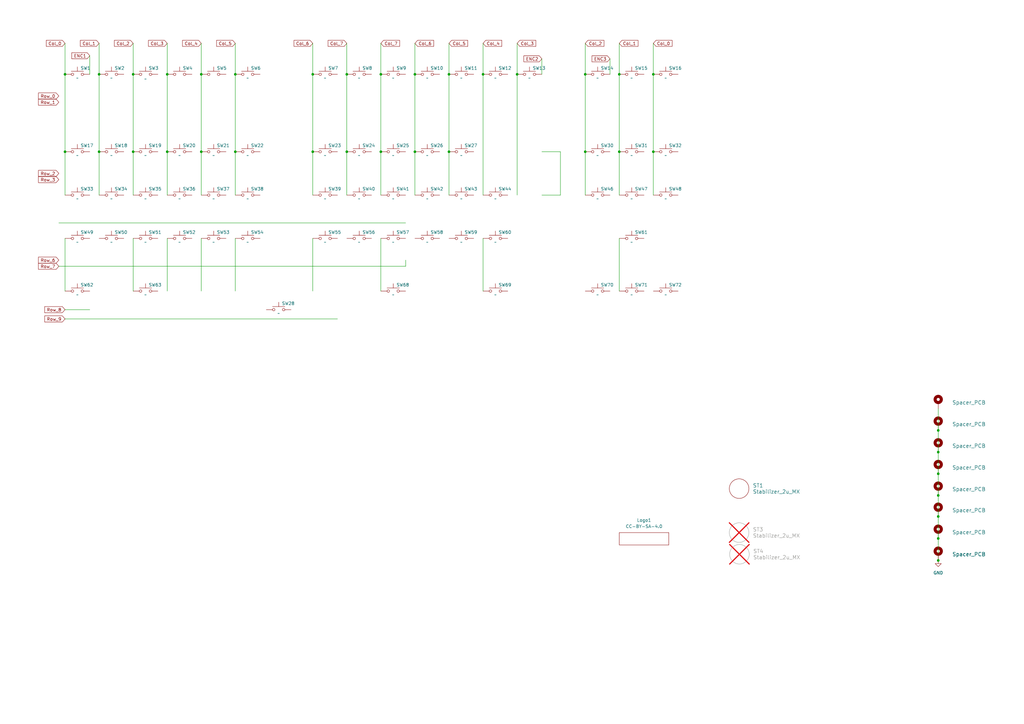
<source format=kicad_sch>
(kicad_sch (version 20230121) (generator eeschema)
  (paper "A3")
  (lib_symbols
    (symbol "Keyboard Switches:Stabilizer_2u_MX" (pin_names (offset 1.016))
      (property "Reference" "ST1" (at 0 -1.27 0))
      (property "Value" "Stabilizer_2u_MX" (at 0 1.27 0))
      (symbol "Stabilizer_2u_MX_0_1"
        (circle (center 0 0) (radius 4.0132))
      )
    )
    (symbol "Keyboard_Plate:Spacer_Plate_Grounded" (pin_numbers hide) (pin_names (offset 1.016) hide) (in_bom no)
      (property "Reference" "H" (at 0 6.35 0))
      (property "Value" "Spacer_Plate_Grounded" (at 0 4.445 0))
      (symbol "Spacer_Plate_Grounded_0_1"
        (circle (center 0 1.27) (radius 1.27) (stroke (width 1.27)))
      )
      (symbol "Spacer_Plate_Grounded_1_1"
        (pin input line (at 0 -2.54 90) (length 2.54) (name "1") (number "1"))
      )
    )
    (symbol "Logotypes:CC-BY-SA-4.0" (pin_names (offset 1.016)) (in_bom no)
      (property "Reference" "Logo" (at 0 1.27 0))
      (property "Value" "CC-BY-SA-4.0" (at 0 -1.27 0))
      (symbol "CC-BY-SA-4.0_0_1"
        (rectangle (start -10.16 2.54) (end 10.16 -2.54))
      )
    )
    (symbol "Switch:SW_Push" (pin_numbers hide) (pin_names (offset 1.016) hide)
      (property "Reference" "SW" (at 1.27 2.54 0))
      (property "Value" "SW_Push" (at 0 -1.524 0))
      (symbol "SW_Push_0_1"
        (circle (center -2.032 0) (radius 0.508))
        (polyline (pts (xy 0 1.27) (xy 0 3.048)))
        (polyline (pts (xy 2.54 1.27) (xy -2.54 1.27)))
        (circle (center 2.032 0) (radius 0.508))
        (pin passive line (at -5.08 0 0) (length 2.54) (name "1") (number "1"))
        (pin passive line (at 5.08 0 180) (length 2.54) (name "2") (number "2"))
      )
    )
    (symbol "power:GND" (power) (pin_names (offset 0))
      (property "Value" "GND" (at 0 -3.81 0))
      (symbol "GND_0_1"
        (polyline (pts (xy 0 0) (xy 0 -1.27) (xy 1.27 -1.27) (xy 0 -2.54) (xy -1.27 -1.27) (xy 0 -1.27)))
      )
      (symbol "GND_1_1"
        (pin power_in line (at 0 0 270) (length 0) hide (name "GND") (number "1"))
      )
    )
  )
  (junction (at 384.81 220.853))
  (junction (at 156.21 62.23))
  (junction (at 40.64 30.48))
  (junction (at 156.21 30.48))
  (junction (at 384.81 194.31))
  (junction (at 240.03 62.23))
  (junction (at 26.67 62.23))
  (junction (at 68.58 30.48))
  (junction (at 212.09 30.48))
  (junction (at 96.52 30.48))
  (junction (at 54.61 30.48))
  (junction (at 40.64 62.23))
  (junction (at 128.27 30.48))
  (junction (at 184.15 62.23))
  (junction (at 170.18 30.48))
  (junction (at 240.03 30.48))
  (junction (at 184.15 30.48))
  (junction (at 170.18 62.23))
  (junction (at 142.24 30.48))
  (junction (at 384.81 185.42))
  (junction (at 82.55 30.48))
  (junction (at 254 30.48))
  (junction (at 82.55 62.23))
  (junction (at 384.81 203.2))
  (junction (at 267.97 30.48))
  (junction (at 54.61 62.23))
  (junction (at 128.27 62.23))
  (junction (at 198.12 30.48))
  (junction (at 96.52 62.23))
  (junction (at 384.81 211.836))
  (junction (at 142.24 62.23))
  (junction (at 267.97 62.23))
  (junction (at 254 62.23))
  (junction (at 384.81 176.53))
  (junction (at 384.81 229.87))
  (junction (at 68.58 62.23))
  (junction (at 26.67 30.48))
  (wire (pts (xy 128.27 97.79) (xy 128.27 119.38)))
  (wire (pts (xy 54.61 97.79) (xy 54.61 119.38)))
  (wire (pts (xy 267.97 30.48) (xy 267.97 62.23)))
  (wire (pts (xy 267.97 80.01) (xy 267.97 62.23)))
  (wire (pts (xy 229.87 62.23) (xy 222.25 62.23)))
  (wire (pts (xy 26.67 17.78) (xy 26.67 30.48)))
  (wire (pts (xy 240.03 17.78) (xy 240.03 30.48)))
  (wire (pts (xy 156.21 62.23) (xy 156.21 30.48)))
  (wire (pts (xy 384.81 220.853) (xy 384.81 229.87)))
  (wire (pts (xy 156.21 97.79) (xy 156.21 119.38)))
  (wire (pts (xy 254 17.78) (xy 254 30.48)))
  (wire (pts (xy 54.61 62.23) (xy 54.61 30.48)))
  (wire (pts (xy 82.55 97.79) (xy 82.55 119.38)))
  (wire (pts (xy 254 97.79) (xy 254 119.38)))
  (wire (pts (xy 240.03 30.48) (xy 240.03 62.23)))
  (wire (pts (xy 384.81 176.53) (xy 384.81 185.42)))
  (wire (pts (xy 384.81 194.31) (xy 384.81 203.2)))
  (wire (pts (xy 142.24 80.01) (xy 142.24 62.23)))
  (wire (pts (xy 68.58 17.78) (xy 68.58 30.48)))
  (wire (pts (xy 384.81 185.42) (xy 384.81 194.31)))
  (wire (pts (xy 384.81 203.2) (xy 384.81 211.836)))
  (wire (pts (xy 170.18 62.23) (xy 170.18 30.48)))
  (wire (pts (xy 212.09 17.78) (xy 212.09 30.48)))
  (wire (pts (xy 96.52 97.79) (xy 96.52 119.38)))
  (wire (pts (xy 40.64 30.48) (xy 40.64 62.23)))
  (wire (pts (xy 384.81 167.64) (xy 384.81 176.53)))
  (wire (pts (xy 40.64 17.78) (xy 40.64 30.48)))
  (wire (pts (xy 24.13 109.22) (xy 166.37 109.22)))
  (wire (pts (xy 24.13 91.44) (xy 166.37 91.44)))
  (wire (pts (xy 142.24 62.23) (xy 142.24 30.48)))
  (wire (pts (xy 128.27 62.23) (xy 128.27 30.48)))
  (wire (pts (xy 26.67 130.81) (xy 138.43 130.81)))
  (wire (pts (xy 184.15 62.23) (xy 184.15 30.48)))
  (wire (pts (xy 82.55 80.01) (xy 82.55 62.23)))
  (wire (pts (xy 254 30.48) (xy 254 62.23)))
  (wire (pts (xy 222.25 24.13) (xy 222.25 30.48)))
  (wire (pts (xy 267.97 17.78) (xy 267.97 30.48)))
  (wire (pts (xy 36.83 22.86) (xy 36.83 30.48)))
  (wire (pts (xy 384.81 211.836) (xy 384.81 220.853)))
  (wire (pts (xy 170.18 80.01) (xy 170.18 62.23)))
  (wire (pts (xy 184.15 17.78) (xy 184.15 30.48)))
  (wire (pts (xy 68.58 97.79) (xy 68.58 119.38)))
  (wire (pts (xy 250.19 24.13) (xy 250.19 30.48)))
  (wire (pts (xy 82.55 62.23) (xy 82.55 30.48)))
  (wire (pts (xy 156.21 17.78) (xy 156.21 30.48)))
  (wire (pts (xy 96.52 62.23) (xy 96.52 30.48)))
  (wire (pts (xy 142.24 17.78) (xy 142.24 30.48)))
  (wire (pts (xy 229.87 80.01) (xy 229.87 62.23)))
  (wire (pts (xy 128.27 80.01) (xy 128.27 62.23)))
  (wire (pts (xy 184.15 80.01) (xy 184.15 62.23)))
  (wire (pts (xy 26.67 97.79) (xy 26.67 119.38)))
  (wire (pts (xy 156.21 80.01) (xy 156.21 62.23)))
  (wire (pts (xy 26.67 62.23) (xy 26.67 80.01)))
  (wire (pts (xy 96.52 17.78) (xy 96.52 30.48)))
  (wire (pts (xy 26.67 127) (xy 36.83 127)))
  (wire (pts (xy 212.09 30.48) (xy 212.09 80.01)))
  (wire (pts (xy 128.27 17.78) (xy 128.27 30.48)))
  (wire (pts (xy 54.61 17.78) (xy 54.61 30.48)))
  (wire (pts (xy 198.12 30.48) (xy 198.12 80.01)))
  (wire (pts (xy 54.61 80.01) (xy 54.61 62.23)))
  (wire (pts (xy 254 80.01) (xy 254 62.23)))
  (wire (pts (xy 68.58 80.01) (xy 68.58 62.23)))
  (wire (pts (xy 198.12 17.78) (xy 198.12 30.48)))
  (wire (pts (xy 96.52 80.01) (xy 96.52 62.23)))
  (wire (pts (xy 40.64 80.01) (xy 40.64 62.23)))
  (wire (pts (xy 82.55 17.78) (xy 82.55 30.48)))
  (wire (pts (xy 68.58 62.23) (xy 68.58 30.48)))
  (wire (pts (xy 170.18 17.78) (xy 170.18 30.48)))
  (wire (pts (xy 240.03 80.01) (xy 240.03 62.23)))
  (wire (pts (xy 198.12 97.79) (xy 198.12 119.38)))
  (wire (pts (xy 166.37 106.68) (xy 166.37 109.22)))
  (wire (pts (xy 222.25 80.01) (xy 229.87 80.01)))
  (wire (pts (xy 26.67 30.48) (xy 26.67 62.23)))
  (global_label "Row_9" (shape input) (at 26.67 130.81 180) (property "Intersheetrefs" "${INTERSHEET_REFS}" (effects hide)))
  (global_label "Col_6" (shape input) (at 170.18 17.78 0) (property "Intersheetrefs" "${INTERSHEET_REFS}" (effects hide)))
  (global_label "ENC1" (shape input) (at 36.83 22.86 180) (property "Intersheetrefs" "${INTERSHEET_REFS}" (effects hide)))
  (global_label "Col_4" (shape input) (at 198.12 17.78 0) (property "Intersheetrefs" "${INTERSHEET_REFS}" (effects hide)))
  (global_label "Col_3" (shape input) (at 68.58 17.78 180) (property "Intersheetrefs" "${INTERSHEET_REFS}" (effects hide)))
  (global_label "Col_0" (shape input) (at 267.97 17.78 0) (property "Intersheetrefs" "${INTERSHEET_REFS}" (effects hide)))
  (global_label "Col_3" (shape input) (at 212.09 17.78 0) (property "Intersheetrefs" "${INTERSHEET_REFS}" (effects hide)))
  (global_label "Col_0" (shape input) (at 26.67 17.78 180) (property "Intersheetrefs" "${INTERSHEET_REFS}" (effects hide)))
  (global_label "Col_1" (shape input) (at 40.64 17.78 180) (property "Intersheetrefs" "${INTERSHEET_REFS}" (effects hide)))
  (global_label "ENC3" (shape input) (at 250.19 24.13 180) (property "Intersheetrefs" "${INTERSHEET_REFS}" (effects hide)))
  (global_label "Col_2" (shape input) (at 240.03 17.78 0) (property "Intersheetrefs" "${INTERSHEET_REFS}" (effects hide)))
  (global_label "Row_1" (shape input) (at 24.13 41.91 180) (property "Intersheetrefs" "${INTERSHEET_REFS}" (effects hide)))
  (global_label "Col_7" (shape input) (at 156.21 17.78 0) (property "Intersheetrefs" "${INTERSHEET_REFS}" (effects hide)))
  (global_label "Row_8" (shape input) (at 26.67 127 180) (property "Intersheetrefs" "${INTERSHEET_REFS}" (effects hide)))
  (global_label "Col_2" (shape input) (at 54.61 17.78 180) (property "Intersheetrefs" "${INTERSHEET_REFS}" (effects hide)))
  (global_label "Col_7" (shape input) (at 142.24 17.78 180) (property "Intersheetrefs" "${INTERSHEET_REFS}" (effects hide)))
  (global_label "Row_3" (shape input) (at 24.13 73.66 180) (property "Intersheetrefs" "${INTERSHEET_REFS}" (effects hide)))
  (global_label "Col_1" (shape input) (at 254 17.78 0) (property "Intersheetrefs" "${INTERSHEET_REFS}" (effects hide)))
  (global_label "Row_2" (shape input) (at 24.13 71.12 180) (property "Intersheetrefs" "${INTERSHEET_REFS}" (effects hide)))
  (global_label "Row_6" (shape input) (at 24.13 106.68 180) (property "Intersheetrefs" "${INTERSHEET_REFS}" (effects hide)))
  (global_label "Col_5" (shape input) (at 184.15 17.78 0) (property "Intersheetrefs" "${INTERSHEET_REFS}" (effects hide)))
  (global_label "Col_6" (shape input) (at 128.27 17.78 180) (property "Intersheetrefs" "${INTERSHEET_REFS}" (effects hide)))
  (global_label "Row_0" (shape input) (at 24.13 39.37 180) (property "Intersheetrefs" "${INTERSHEET_REFS}" (effects hide)))
  (global_label "ENC2" (shape input) (at 222.25 24.13 180) (property "Intersheetrefs" "${INTERSHEET_REFS}" (effects hide)))
  (global_label "Col_5" (shape input) (at 96.52 17.78 180) (property "Intersheetrefs" "${INTERSHEET_REFS}" (effects hide)))
  (global_label "Col_4" (shape input) (at 82.55 17.78 180) (property "Intersheetrefs" "${INTERSHEET_REFS}" (effects hide)))
  (global_label "Row_7" (shape input) (at 24.13 109.22 180) (property "Intersheetrefs" "${INTERSHEET_REFS}" (effects hide)))
  (symbol (lib_id "Switch:SW_Push") (at 175.26 62.23 0) (unit 1)
    (property "Reference" "SW26" (at 176.53 59.69 0) (effects (justify left)))
    (property "Value" "~" (at 175.26 63.754 0))
    (property "Footprint" "Keyboard_Plate:SW_MX_Plate_Placeholder_nodrill" (effects hide))
    (property "LCSC" "C2803348" (effects hide))
  )
  (symbol (lib_id "Switch:SW_Push") (at 73.66 62.23 0) (unit 1)
    (property "Reference" "SW20" (at 74.93 59.69 0) (effects (justify left)))
    (property "Value" "~" (at 73.66 63.754 0))
    (property "Footprint" "Keyboard_Plate:SW_MX_Plate_Placeholder_nodrill" (effects hide))
    (property "LCSC" "C2803348" (effects hide))
  )
  (symbol (lib_id "Switch:SW_Push") (at 133.35 80.01 0) (unit 1)
    (property "Reference" "SW39" (at 134.62 77.47 0) (effects (justify left)))
    (property "Value" "~" (at 133.35 81.534 0))
    (property "Footprint" "Keyboard_Plate:SW_MX_Plate_Placeholder_nodrill" (effects hide))
    (property "LCSC" "C2803348" (effects hide))
  )
  (symbol (lib_id "Switch:SW_Push") (at 203.2 80.01 0) (unit 1)
    (property "Reference" "SW44" (at 204.47 77.47 0) (effects (justify left)))
    (property "Value" "~" (at 203.2 81.534 0))
    (property "Footprint" "Keyboard_Plate:SW_MX_Plate_Placeholder_nodrill" (effects hide))
    (property "LCSC" "C2803348" (effects hide))
  )
  (symbol (lib_id "Switch:SW_Push") (at 87.63 80.01 0) (unit 1)
    (property "Reference" "SW37" (at 88.9 77.47 0) (effects (justify left)))
    (property "Value" "~" (at 87.63 81.534 0))
    (property "Footprint" "Keyboard_Plate:SW_MX_Plate_Placeholder_nodrill" (effects hide))
    (property "LCSC" "C2803348" (effects hide))
  )
  (symbol (lib_id "Switch:SW_Push") (at 259.08 119.38 0) (unit 1)
    (property "Reference" "SW71" (at 260.35 116.84 0) (effects (justify left)))
    (property "Value" "~" (at 259.08 120.904 0))
    (property "Footprint" "Keyboard_Plate:SW_MX_Plate_Placeholder_nodrill" (effects hide))
    (property "LCSC" "C2803348" (effects hide))
  )
  (symbol (lib_id "Switch:SW_Push") (at 203.2 30.48 0) (unit 1)
    (property "Reference" "SW12" (at 204.47 27.94 0) (effects (justify left)))
    (property "Value" "~" (at 203.2 32.004 0))
    (property "Footprint" "Keyboard_Plate:SW_MX_Plate_Placeholder_nodrill" (effects hide))
    (property "LCSC" "C2803348" (effects hide))
  )
  (symbol (lib_id "Switch:SW_Push") (at 147.32 62.23 0) (unit 1)
    (property "Reference" "SW24" (at 148.59 59.69 0) (effects (justify left)))
    (property "Value" "~" (at 147.32 63.754 0))
    (property "Footprint" "Keyboard_Plate:SW_MX_Plate_Placeholder_nodrill" (effects hide))
    (property "LCSC" "C2803348" (effects hide))
  )
  (symbol (lib_id "Switch:SW_Push") (at 59.69 119.38 0) (unit 1)
    (property "Reference" "SW63" (at 60.96 116.84 0) (effects (justify left)))
    (property "Value" "~" (at 59.69 120.904 0))
    (property "Footprint" "Keyboard_Plate:SW_MX_Plate_Placeholder_nodrill" (effects hide))
    (property "LCSC" "C2803348" (effects hide))
  )
  (symbol (lib_id "Switch:SW_Push") (at 45.72 30.48 0) (unit 1)
    (property "Reference" "SW2" (at 46.99 27.94 0) (effects (justify left)))
    (property "Value" "~" (at 45.72 32.004 0))
    (property "Footprint" "Keyboard_Plate:SW_MX_Plate_Placeholder_nodrill" (effects hide))
    (property "LCSC" "C2803348" (effects hide))
  )
  (symbol (lib_id "Keyboard Switches:Stabilizer_2u_MX") (at 303.149 200.406 0) (unit 1)
    (property "Reference" "ST1" (at 308.737 199.136 0) (effects (font (size 1.524 1.524)) (justify left)))
    (property "Value" "Stabilizer_2u_MX" (at 308.737 201.676 0) (effects (font (size 1.524 1.524)) (justify left)))
    (property "Footprint" "Keyboard_Plate:Stabilizer_Plate_2_to_1" (effects hide))
  )
  (symbol (lib_id "Switch:SW_Push") (at 87.63 62.23 0) (unit 1)
    (property "Reference" "SW21" (at 88.9 59.69 0) (effects (justify left)))
    (property "Value" "~" (at 87.63 63.754 0))
    (property "Footprint" "Keyboard_Plate:SW_MX_Plate_Placeholder_nodrill" (effects hide))
    (property "LCSC" "C2803348" (effects hide))
  )
  (symbol (lib_id "Switch:SW_Push") (at 87.63 97.79 0) (unit 1)
    (property "Reference" "SW53" (at 88.9 95.25 0) (effects (justify left)))
    (property "Value" "~" (at 87.63 99.314 0))
    (property "Footprint" "Keyboard_Plate:SW_MX_Plate_Placeholder_nodrill" (effects hide))
    (property "LCSC" "C2803348" (effects hide))
  )
  (symbol (lib_id "Switch:SW_Push") (at 73.66 30.48 0) (unit 1)
    (property "Reference" "SW4" (at 74.93 27.94 0) (effects (justify left)))
    (property "Footprint" "Keyboard_Plate:SW_MX_Plate_Placeholder_nodrill" (effects hide))
    (property "LCSC" "C2803348" (effects hide))
  )
  (symbol (lib_id "Switch:SW_Push") (at 147.32 97.79 0) (unit 1)
    (property "Reference" "SW56" (at 148.59 95.25 0) (effects (justify left)))
    (property "Value" "~" (at 147.32 99.314 0))
    (property "Footprint" "Keyboard_Plate:SW_MX_Plate_Placeholder_nodrill" (effects hide))
    (property "LCSC" "C2803348" (effects hide))
  )
  (symbol (lib_id "Switch:SW_Push") (at 101.6 97.79 0) (unit 1)
    (property "Reference" "SW54" (at 102.87 95.25 0) (effects (justify left)))
    (property "Value" "~" (at 101.6 99.314 0))
    (property "Footprint" "Keyboard_Plate:SW_MX_Plate_Placeholder_nodrill" (effects hide))
    (property "LCSC" "C2803348" (effects hide))
  )
  (symbol (lib_id "Switch:SW_Push") (at 133.35 62.23 0) (unit 1)
    (property "Reference" "SW23" (at 134.62 59.69 0) (effects (justify left)))
    (property "Value" "~" (at 133.35 63.754 0))
    (property "Footprint" "Keyboard_Plate:SW_MX_Plate_Placeholder_nodrill" (effects hide))
    (property "LCSC" "C2803348" (effects hide))
  )
  (symbol (lib_id "Switch:SW_Push") (at 31.75 62.23 0) (unit 1)
    (property "Reference" "SW17" (at 33.02 59.69 0) (effects (justify left)))
    (property "Value" "~" (at 31.75 63.754 0))
    (property "Footprint" "Keyboard_Plate:SW_MX_Plate_Placeholder_nodrill" (effects hide))
    (property "LCSC" "C2803348" (effects hide))
  )
  (symbol (lib_id "Switch:SW_Push") (at 45.72 80.01 0) (unit 1)
    (property "Reference" "SW34" (at 46.99 77.47 0) (effects (justify left)))
    (property "Value" "~" (at 45.72 81.534 0))
    (property "Footprint" "Keyboard_Plate:SW_MX_Plate_Placeholder_nodrill" (effects hide))
    (property "LCSC" "C2803348" (effects hide))
  )
  (symbol (lib_id "Switch:SW_Push") (at 31.75 30.48 0) (unit 1)
    (property "Reference" "SW1" (at 33.02 27.94 0) (effects (justify left)))
    (property "Value" "~" (at 31.75 32.004 0))
    (property "Footprint" "Keyboard_Plate:SW_MX_Plate_Placeholder_nodrill" (effects hide))
    (property "LCSC" "C2803348" (effects hide))
  )
  (symbol (lib_id "Switch:SW_Push") (at 161.29 80.01 0) (unit 1)
    (property "Reference" "SW41" (at 162.56 77.47 0) (effects (justify left)))
    (property "Value" "~" (at 161.29 81.534 0))
    (property "Footprint" "Keyboard_Plate:SW_MX_Plate_Placeholder_nodrill" (effects hide))
    (property "LCSC" "C2803348" (effects hide))
  )
  (symbol (lib_id "Switch:SW_Push") (at 273.05 30.48 0) (unit 1)
    (property "Reference" "SW16" (at 274.32 27.94 0) (effects (justify left)))
    (property "Value" "~" (at 273.05 32.004 0))
    (property "Footprint" "Keyboard_Plate:SW_MX_Plate_Placeholder_nodrill" (effects hide))
    (property "LCSC" "C2803348" (effects hide))
  )
  (symbol (lib_id "Switch:SW_Push") (at 59.69 80.01 0) (unit 1)
    (property "Reference" "SW35" (at 60.96 77.47 0) (effects (justify left)))
    (property "Value" "~" (at 59.69 81.534 0))
    (property "Footprint" "Keyboard_Plate:SW_MX_Plate_Placeholder_nodrill" (effects hide))
    (property "LCSC" "C2803348" (effects hide))
  )
  (symbol (lib_id "Keyboard_Plate:Spacer_Plate_Grounded") (at 384.81 182.88 0) (unit 1) (in_bom no)
    (property "Reference" "H3" (effects hide))
    (property "Value" "Spacer_PCB" (at 390.525 182.88 0) (effects (font (size 1.524 1.524)) (justify left)))
    (property "Footprint" "Keyboard_Plate:Spacer_Plate_Grounded" (effects hide))
  )
  (symbol (lib_id "Switch:SW_Push") (at 161.29 97.79 0) (unit 1)
    (property "Reference" "SW57" (at 162.56 95.25 0) (effects (justify left)))
    (property "Value" "~" (at 161.29 99.314 0))
    (property "Footprint" "Keyboard_Plate:SW_MX_Plate_Placeholder_nodrill" (effects hide))
    (property "LCSC" "C2803348" (effects hide))
  )
  (symbol (lib_id "Switch:SW_Push") (at 189.23 30.48 0) (unit 1)
    (property "Reference" "SW11" (at 190.5 27.94 0) (effects (justify left)))
    (property "Value" "~" (at 189.23 32.004 0))
    (property "Footprint" "Keyboard_Plate:SW_MX_Plate_Placeholder_nodrill" (effects hide))
    (property "LCSC" "C2803348" (effects hide))
  )
  (symbol (lib_id "Switch:SW_Push") (at 189.23 62.23 0) (unit 1)
    (property "Reference" "SW27" (at 190.5 59.69 0) (effects (justify left)))
    (property "Value" "~" (at 189.23 63.754 0))
    (property "Footprint" "Keyboard_Plate:SW_MX_Plate_Placeholder_nodrill" (effects hide))
    (property "LCSC" "C2803348" (effects hide))
  )
  (symbol (lib_id "Switch:SW_Push") (at 147.32 80.01 0) (unit 1)
    (property "Reference" "SW40" (at 148.59 77.47 0) (effects (justify left)))
    (property "Value" "~" (at 147.32 81.534 0))
    (property "Footprint" "Keyboard_Plate:SW_MX_Plate_Placeholder_nodrill" (effects hide))
    (property "LCSC" "C2803348" (effects hide))
  )
  (symbol (lib_id "Switch:SW_Push") (at 273.05 119.38 0) (unit 1)
    (property "Reference" "SW72" (at 274.32 116.84 0) (effects (justify left)))
    (property "Value" "~" (at 273.05 120.904 0))
    (property "Footprint" "Keyboard_Plate:SW_MX_Plate_Placeholder_nodrill" (effects hide))
    (property "LCSC" "C2803348" (effects hide))
  )
  (symbol (lib_id "Switch:SW_Push") (at 273.05 80.01 0) (unit 1)
    (property "Reference" "SW48" (at 274.32 77.47 0) (effects (justify left)))
    (property "Value" "~" (at 273.05 81.534 0))
    (property "Footprint" "Keyboard_Plate:SW_MX_Plate_Placeholder_nodrill" (effects hide))
    (property "LCSC" "C2803348" (effects hide))
  )
  (symbol (lib_id "Switch:SW_Push") (at 101.6 80.01 0) (unit 1)
    (property "Reference" "SW38" (at 102.87 77.47 0) (effects (justify left)))
    (property "Value" "~" (at 101.6 81.534 0))
    (property "Footprint" "Keyboard_Plate:SW_MX_Plate_Placeholder_nodrill" (effects hide))
    (property "LCSC" "C2803348" (effects hide))
  )
  (symbol (lib_id "Switch:SW_Push") (at 45.72 97.79 0) (unit 1)
    (property "Reference" "SW50" (at 46.99 95.25 0) (effects (justify left)))
    (property "Value" "~" (at 45.72 99.314 0))
    (property "Footprint" "Keyboard_Plate:SW_MX_Plate_Placeholder_nodrill" (effects hide))
    (property "LCSC" "C2803348" (effects hide))
  )
  (symbol (lib_id "Keyboard_Plate:Spacer_Plate_Grounded") (at 384.81 227.33 0) (unit 1) (in_bom no)
    (property "Reference" "H8" (effects hide))
    (property "Value" "Spacer_PCB" (at 390.525 227.33 0) (effects (font (size 1.524 1.524)) (justify left)))
    (property "Footprint" "Keyboard_Plate:Spacer_Plate_Grounded" (effects hide))
  )
  (symbol (lib_id "Switch:SW_Push") (at 245.11 119.38 0) (unit 1)
    (property "Reference" "SW70" (at 246.38 116.84 0) (effects (justify left)))
    (property "Value" "~" (at 245.11 120.904 0))
    (property "Footprint" "Keyboard_Plate:SW_MX_Plate_Placeholder_nodrill" (effects hide))
    (property "LCSC" "C2803348" (effects hide))
  )
  (symbol (lib_id "Switch:SW_Push") (at 31.75 119.38 0) (unit 1)
    (property "Reference" "SW62" (at 33.02 116.84 0) (effects (justify left)))
    (property "Value" "~" (at 31.75 120.904 0))
    (property "Footprint" "Keyboard_Plate:SW_MX_Plate_Placeholder_nodrill" (effects hide))
    (property "LCSC" "C2803348" (effects hide))
  )
  (symbol (lib_id "Switch:SW_Push") (at 101.6 30.48 0) (unit 1)
    (property "Reference" "SW6" (at 102.87 27.94 0) (effects (justify left)))
    (property "Value" "~" (at 101.6 32.004 0))
    (property "Footprint" "Keyboard_Plate:SW_MX_Plate_Placeholder_nodrill" (effects hide))
    (property "LCSC" "C2803348" (effects hide))
  )
  (symbol (lib_id "Switch:SW_Push") (at 73.66 97.79 0) (unit 1)
    (property "Reference" "SW52" (at 74.93 95.25 0) (effects (justify left)))
    (property "Value" "~" (at 73.66 99.314 0))
    (property "Footprint" "Keyboard_Plate:SW_MX_Plate_Placeholder_nodrill" (effects hide))
    (property "LCSC" "C2803348" (effects hide))
  )
  (symbol (lib_id "Keyboard Switches:Stabilizer_2u_MX") (at 303.276 227.33 0) (unit 1) (dnp yes)
    (property "Reference" "ST4" (at 308.864 226.06 0) (effects (font (size 1.524 1.524)) (justify left)))
    (property "Value" "Stabilizer_2u_MX" (at 308.864 228.6 0) (effects (font (size 1.524 1.524)) (justify left)))
    (property "Footprint" "Keyboard_Plate:Stabilizer_Cherry_MX_2.00u_PLate" (effects hide))
  )
  (symbol (lib_id "Switch:SW_Push") (at 31.75 97.79 0) (unit 1)
    (property "Reference" "SW49" (at 33.02 95.25 0) (effects (justify left)))
    (property "Value" "~" (at 31.75 99.314 0))
    (property "Footprint" "Keyboard_Plate:SW_MX_Plate_Placeholder_nodrill" (effects hide))
    (property "LCSC" "C2803348" (effects hide))
  )
  (symbol (lib_id "Switch:SW_Push") (at 203.2 97.79 0) (unit 1)
    (property "Reference" "SW60" (at 204.47 95.25 0) (effects (justify left)))
    (property "Value" "~" (at 203.2 99.314 0))
    (property "Footprint" "Keyboard_Plate:SW_MX_Plate_Placeholder_nodrill" (effects hide))
    (property "LCSC" "C2803348" (effects hide))
  )
  (symbol (lib_id "Switch:SW_Push") (at 133.35 97.79 0) (unit 1)
    (property "Reference" "SW55" (at 134.62 95.25 0) (effects (justify left)))
    (property "Value" "~" (at 133.35 99.314 0))
    (property "Footprint" "Keyboard_Plate:SW_MX_Plate_Placeholder_nodrill" (effects hide))
    (property "LCSC" "C2803348" (effects hide))
  )
  (symbol (lib_id "Keyboard Switches:Stabilizer_2u_MX") (at 303.149 218.44 0) (unit 1) (dnp yes)
    (property "Reference" "ST3" (at 308.737 217.17 0) (effects (font (size 1.524 1.524)) (justify left)))
    (property "Value" "Stabilizer_2u_MX" (at 308.737 219.71 0) (effects (font (size 1.524 1.524)) (justify left)))
    (property "Footprint" "Keyboard_Plate:Stabilizer_Cherry_MX_1_3_2" (effects hide))
  )
  (symbol (lib_id "power:GND") (at 384.81 229.87 0) (unit 1)
    (property "Reference" "#PWR01" (effects hide))
    (property "Value" "GND" (at 384.81 234.95 0))
  )
  (symbol (lib_id "Switch:SW_Push") (at 161.29 62.23 0) (unit 1)
    (property "Reference" "SW25" (at 162.56 59.69 0) (effects (justify left)))
    (property "Value" "~" (at 161.29 63.754 0))
    (property "Footprint" "Keyboard_Plate:SW_MX_Plate_Placeholder_nodrill" (effects hide))
    (property "LCSC" "C2803348" (effects hide))
  )
  (symbol (lib_id "Switch:SW_Push") (at 133.35 30.48 0) (unit 1)
    (property "Reference" "SW7" (at 134.62 27.94 0) (effects (justify left)))
    (property "Value" "~" (at 133.35 32.004 0))
    (property "Footprint" "Keyboard_Plate:SW_MX_Plate_Placeholder_nodrill" (effects hide))
    (property "LCSC" "C2803348" (effects hide))
  )
  (symbol (lib_id "Switch:SW_Push") (at 114.3 127 0) (unit 1)
    (property "Reference" "SW28" (at 115.57 124.46 0) (effects (justify left)))
    (property "Value" "~" (at 114.3 128.524 0))
    (property "Footprint" "footprints:Royal enfield logo" (effects hide))
    (property "LCSC" "C2803348" (effects hide))
  )
  (symbol (lib_id "Switch:SW_Push") (at 175.26 97.79 0) (unit 1)
    (property "Reference" "SW58" (at 176.53 95.25 0) (effects (justify left)))
    (property "Value" "~" (at 175.26 99.314 0))
    (property "Footprint" "Keyboard_Plate:SW_MX_Plate_Placeholder_nodrill" (effects hide))
    (property "LCSC" "C2803348" (effects hide))
  )
  (symbol (lib_id "Keyboard_Plate:Spacer_Plate_Grounded") (at 384.81 209.296 0) (unit 1) (in_bom no)
    (property "Reference" "H6" (effects hide))
    (property "Value" "Spacer_PCB" (at 390.525 209.296 0) (effects (font (size 1.524 1.524)) (justify left)))
    (property "Footprint" "Keyboard_Plate:Spacer_Plate_Grounded" (effects hide))
  )
  (symbol (lib_id "Switch:SW_Push") (at 59.69 62.23 0) (unit 1)
    (property "Reference" "SW19" (at 60.96 59.69 0) (effects (justify left)))
    (property "Value" "~" (at 59.69 63.754 0))
    (property "Footprint" "Keyboard_Plate:SW_MX_Plate_Placeholder_nodrill" (effects hide))
    (property "LCSC" "C2803348" (effects hide))
  )
  (symbol (lib_id "Switch:SW_Push") (at 87.63 30.48 0) (unit 1)
    (property "Reference" "SW5" (at 88.9 27.94 0) (effects (justify left)))
    (property "Footprint" "Keyboard_Plate:SW_MX_Plate_Placeholder_nodrill" (effects hide))
    (property "LCSC" "C2803348" (effects hide))
  )
  (symbol (lib_id "Switch:SW_Push") (at 245.11 62.23 0) (unit 1)
    (property "Reference" "SW30" (at 246.38 59.69 0) (effects (justify left)))
    (property "Value" "~" (at 245.11 63.754 0))
    (property "Footprint" "Keyboard_Plate:SW_MX_Plate_Placeholder_nodrill" (effects hide))
    (property "LCSC" "C2803348" (effects hide))
  )
  (symbol (lib_id "Switch:SW_Push") (at 161.29 119.38 0) (unit 1)
    (property "Reference" "SW68" (at 162.56 116.84 0) (effects (justify left)))
    (property "Value" "~" (at 161.29 120.904 0))
    (property "Footprint" "Keyboard_Plate:SW_MX_Plate_Placeholder_nodrill" (effects hide))
    (property "LCSC" "C2803348" (effects hide))
  )
  (symbol (lib_id "Switch:SW_Push") (at 73.66 80.01 0) (unit 1)
    (property "Reference" "SW36" (at 74.93 77.47 0) (effects (justify left)))
    (property "Value" "~" (at 73.66 81.534 0))
    (property "Footprint" "Keyboard_Plate:SW_MX_Plate_Placeholder_nodrill" (effects hide))
    (property "LCSC" "C2803348" (effects hide))
  )
  (symbol (lib_id "Switch:SW_Push") (at 259.08 80.01 0) (unit 1)
    (property "Reference" "SW47" (at 260.35 77.47 0) (effects (justify left)))
    (property "Value" "~" (at 259.08 81.534 0))
    (property "Footprint" "Keyboard_Plate:SW_MX_Plate_Placeholder_nodrill" (effects hide))
    (property "LCSC" "C2803348" (effects hide))
  )
  (symbol (lib_id "Switch:SW_Push") (at 189.23 97.79 0) (unit 1)
    (property "Reference" "SW59" (at 190.5 95.25 0) (effects (justify left)))
    (property "Value" "~" (at 189.23 99.314 0))
    (property "Footprint" "Keyboard_Plate:SW_MX_Plate_Placeholder_nodrill" (effects hide))
    (property "LCSC" "C2803348" (effects hide))
  )
  (symbol (lib_id "Switch:SW_Push") (at 273.05 62.23 0) (unit 1)
    (property "Reference" "SW32" (at 274.32 59.69 0) (effects (justify left)))
    (property "Value" "~" (at 273.05 63.754 0))
    (property "Footprint" "Keyboard_Plate:SW_MX_Plate_Placeholder_nodrill" (effects hide))
    (property "LCSC" "C2803348" (effects hide))
  )
  (symbol (lib_id "Switch:SW_Push") (at 175.26 30.48 0) (unit 1)
    (property "Reference" "SW10" (at 176.53 27.94 0) (effects (justify left)))
    (property "Value" "~" (at 175.26 32.004 0))
    (property "Footprint" "Keyboard_Plate:SW_MX_Plate_Placeholder_nodrill" (effects hide))
    (property "LCSC" "C2803348" (effects hide))
  )
  (symbol (lib_id "Switch:SW_Push") (at 245.11 80.01 0) (unit 1)
    (property "Reference" "SW46" (at 246.38 77.47 0) (effects (justify left)))
    (property "Value" "~" (at 245.11 81.534 0))
    (property "Footprint" "Keyboard_Plate:SW_MX_Plate_Placeholder_nodrill" (effects hide))
    (property "LCSC" "C2803348" (effects hide))
  )
  (symbol (lib_id "Switch:SW_Push") (at 245.11 30.48 0) (unit 1)
    (property "Reference" "SW14" (at 246.38 27.94 0) (effects (justify left)))
    (property "Value" "~" (at 245.11 32.004 0))
    (property "Footprint" "Keyboard_Plate:SW_MX_Plate_Placeholder_nodrill" (effects hide))
    (property "LCSC" "C2803348" (effects hide))
  )
  (symbol (lib_id "Switch:SW_Push") (at 147.32 30.48 0) (unit 1)
    (property "Reference" "SW8" (at 148.59 27.94 0) (effects (justify left)))
    (property "Value" "~" (at 147.32 32.004 0))
    (property "Footprint" "Keyboard_Plate:SW_MX_Plate_Placeholder_nodrill" (effects hide))
    (property "LCSC" "C2803348" (effects hide))
  )
  (symbol (lib_id "Keyboard_Plate:Spacer_Plate_Grounded") (at 384.81 165.1 0) (unit 1) (in_bom no)
    (property "Reference" "H1" (effects hide))
    (property "Value" "Spacer_PCB" (at 390.525 165.1 0) (effects (font (size 1.524 1.524)) (justify left)))
    (property "Footprint" "Keyboard_Plate:Spacer_Plate_Grounded" (effects hide))
  )
  (symbol (lib_id "Switch:SW_Push") (at 217.17 30.48 0) (unit 1)
    (property "Reference" "SW13" (at 218.44 27.94 0) (effects (justify left)))
    (property "Value" "~" (at 217.17 32.004 0))
    (property "Footprint" "Keyboard_Plate:SW_MX_Plate_Placeholder_nodrill" (effects hide))
    (property "LCSC" "C2803348" (effects hide))
  )
  (symbol (lib_id "Keyboard_Plate:Spacer_Plate_Grounded") (at 384.81 200.66 0) (unit 1) (in_bom no)
    (property "Reference" "H5" (effects hide))
    (property "Value" "Spacer_PCB" (at 390.525 200.66 0) (effects (font (size 1.524 1.524)) (justify left)))
    (property "Footprint" "Keyboard_Plate:Spacer_Plate_Grounded" (effects hide))
  )
  (symbol (lib_id "Keyboard_Plate:Spacer_Plate_Grounded") (at 384.81 173.99 0) (unit 1) (in_bom no)
    (property "Reference" "H2" (effects hide))
    (property "Value" "Spacer_PCB" (at 390.525 173.99 0) (effects (font (size 1.524 1.524)) (justify left)))
    (property "Footprint" "Keyboard_Plate:Spacer_Plate_Grounded" (effects hide))
  )
  (symbol (lib_id "Switch:SW_Push") (at 259.08 97.79 0) (unit 1)
    (property "Reference" "SW61" (at 260.35 95.25 0) (effects (justify left)))
    (property "Value" "~" (at 259.08 99.314 0))
    (property "Footprint" "Keyboard_Plate:SW_MX_Plate_Placeholder_nodrill" (effects hide))
    (property "LCSC" "C2803348" (effects hide))
  )
  (symbol (lib_id "Switch:SW_Push") (at 175.26 80.01 0) (unit 1)
    (property "Reference" "SW42" (at 176.53 77.47 0) (effects (justify left)))
    (property "Value" "~" (at 175.26 81.534 0))
    (property "Footprint" "Keyboard_Plate:SW_MX_Plate_Placeholder_nodrill" (effects hide))
    (property "LCSC" "C2803348" (effects hide))
  )
  (symbol (lib_id "Switch:SW_Push") (at 45.72 62.23 0) (unit 1)
    (property "Reference" "SW18" (at 46.99 59.69 0) (effects (justify left)))
    (property "Value" "~" (at 45.72 63.754 0))
    (property "Footprint" "Keyboard_Plate:SW_MX_Plate_Placeholder_nodrill" (effects hide))
    (property "LCSC" "C2803348" (effects hide))
  )
  (symbol (lib_id "Keyboard_Plate:Spacer_Plate_Grounded") (at 384.81 191.77 0) (unit 1) (in_bom no)
    (property "Reference" "H4" (effects hide))
    (property "Value" "Spacer_PCB" (at 390.525 191.77 0) (effects (font (size 1.524 1.524)) (justify left)))
    (property "Footprint" "Keyboard_Plate:Spacer_Plate_Grounded" (effects hide))
  )
  (symbol (lib_id "Switch:SW_Push") (at 259.08 30.48 0) (unit 1)
    (property "Reference" "SW15" (at 260.35 27.94 0) (effects (justify left)))
    (property "Value" "~" (at 259.08 32.004 0))
    (property "Footprint" "Keyboard_Plate:SW_MX_Plate_Placeholder_nodrill" (effects hide))
    (property "LCSC" "C2803348" (effects hide))
  )
  (symbol (lib_id "Switch:SW_Push") (at 101.6 62.23 0) (unit 1)
    (property "Reference" "SW22" (at 102.87 59.69 0) (effects (justify left)))
    (property "Value" "~" (at 101.6 63.754 0))
    (property "Footprint" "Keyboard_Plate:SW_MX_Plate_Placeholder_nodrill" (effects hide))
    (property "LCSC" "C2803348" (effects hide))
  )
  (symbol (lib_id "Keyboard_Plate:Spacer_Plate_Grounded") (at 384.81 218.313 0) (unit 1) (in_bom no)
    (property "Reference" "H7" (effects hide))
    (property "Value" "Spacer_PCB" (at 390.525 218.313 0) (effects (font (size 1.524 1.524)) (justify left)))
    (property "Footprint" "Keyboard_Plate:Spacer_Plate_Grounded" (effects hide))
  )
  (symbol (lib_id "Switch:SW_Push") (at 59.69 97.79 0) (unit 1)
    (property "Reference" "SW51" (at 60.96 95.25 0) (effects (justify left)))
    (property "Value" "~" (at 59.69 99.314 0))
    (property "Footprint" "Keyboard_Plate:SW_MX_Plate_Placeholder_nodrill" (effects hide))
    (property "LCSC" "C2803348" (effects hide))
  )
  (symbol (lib_id "Switch:SW_Push") (at 59.69 30.48 0) (unit 1)
    (property "Reference" "SW3" (at 60.96 27.94 0) (effects (justify left)))
    (property "Value" "~" (at 59.69 32.385 0))
    (property "Footprint" "Keyboard_Plate:SW_MX_Plate_Placeholder_nodrill" (effects hide))
    (property "LCSC" "C2803348" (effects hide))
  )
  (symbol (lib_id "Switch:SW_Push") (at 31.75 80.01 0) (unit 1)
    (property "Reference" "SW33" (at 33.02 77.47 0) (effects (justify left)))
    (property "Value" "~" (at 31.75 81.534 0))
    (property "Footprint" "Keyboard_Plate:SW_MX_Plate_Placeholder_nodrill" (effects hide))
    (property "LCSC" "C2803348" (effects hide))
  )
  (symbol (lib_id "Logotypes:CC-BY-SA-4.0") (at 264.16 220.98 0) (unit 1) (in_bom no)
    (property "Reference" "Logo1" (at 264.16 213.36 0))
    (property "Value" "CC-BY-SA-4.0" (at 264.16 215.9 0))
    (property "Footprint" "Logotypes:CC_BY_SA_40" (effects hide))
    (property "Sim.Enable" "0" (effects hide))
  )
  (symbol (lib_id "Switch:SW_Push") (at 259.08 62.23 0) (unit 1)
    (property "Reference" "SW31" (at 260.35 59.69 0) (effects (justify left)))
    (property "Value" "~" (at 259.08 63.754 0))
    (property "Footprint" "Keyboard_Plate:SW_MX_Plate_Placeholder_nodrill" (effects hide))
    (property "LCSC" "C2803348" (effects hide))
  )
  (symbol (lib_id "Switch:SW_Push") (at 189.23 80.01 0) (unit 1)
    (property "Reference" "SW43" (at 190.5 77.47 0) (effects (justify left)))
    (property "Value" "~" (at 189.23 81.534 0))
    (property "Footprint" "Keyboard_Plate:SW_MX_Plate_Placeholder_nodrill" (effects hide))
    (property "LCSC" "C2803348" (effects hide))
  )
  (symbol (lib_id "Switch:SW_Push") (at 203.2 119.38 0) (unit 1)
    (property "Reference" "SW69" (at 204.47 116.84 0) (effects (justify left)))
    (property "Value" "~" (at 203.2 120.904 0))
    (property "Footprint" "Keyboard_Plate:SW_MX_Plate_Placeholder_nodrill" (effects hide))
    (property "LCSC" "C2803348" (effects hide))
  )
  (symbol (lib_id "Switch:SW_Push") (at 161.29 30.48 0) (unit 1)
    (property "Reference" "SW9" (at 162.56 27.94 0) (effects (justify left)))
    (property "Value" "~" (at 161.29 32.004 0))
    (property "Footprint" "Keyboard_Plate:SW_MX_Plate_Placeholder_nodrill" (effects hide))
    (property "LCSC" "C2803348" (effects hide))
  )
)
</source>
